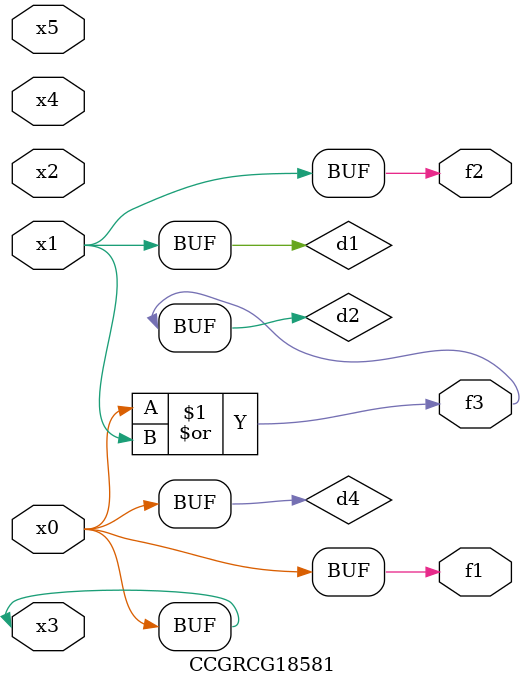
<source format=v>
module CCGRCG18581(
	input x0, x1, x2, x3, x4, x5,
	output f1, f2, f3
);

	wire d1, d2, d3, d4;

	and (d1, x1);
	or (d2, x0, x1);
	nand (d3, x0, x5);
	buf (d4, x0, x3);
	assign f1 = d4;
	assign f2 = d1;
	assign f3 = d2;
endmodule

</source>
